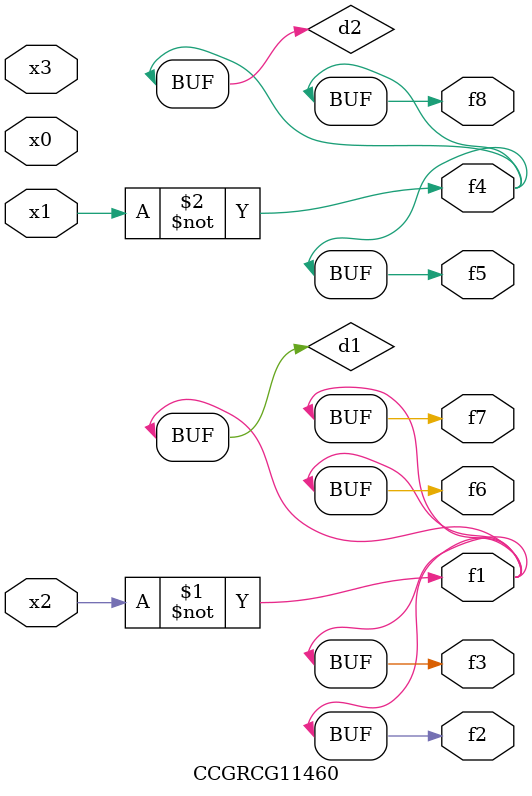
<source format=v>
module CCGRCG11460(
	input x0, x1, x2, x3,
	output f1, f2, f3, f4, f5, f6, f7, f8
);

	wire d1, d2;

	xnor (d1, x2);
	not (d2, x1);
	assign f1 = d1;
	assign f2 = d1;
	assign f3 = d1;
	assign f4 = d2;
	assign f5 = d2;
	assign f6 = d1;
	assign f7 = d1;
	assign f8 = d2;
endmodule

</source>
